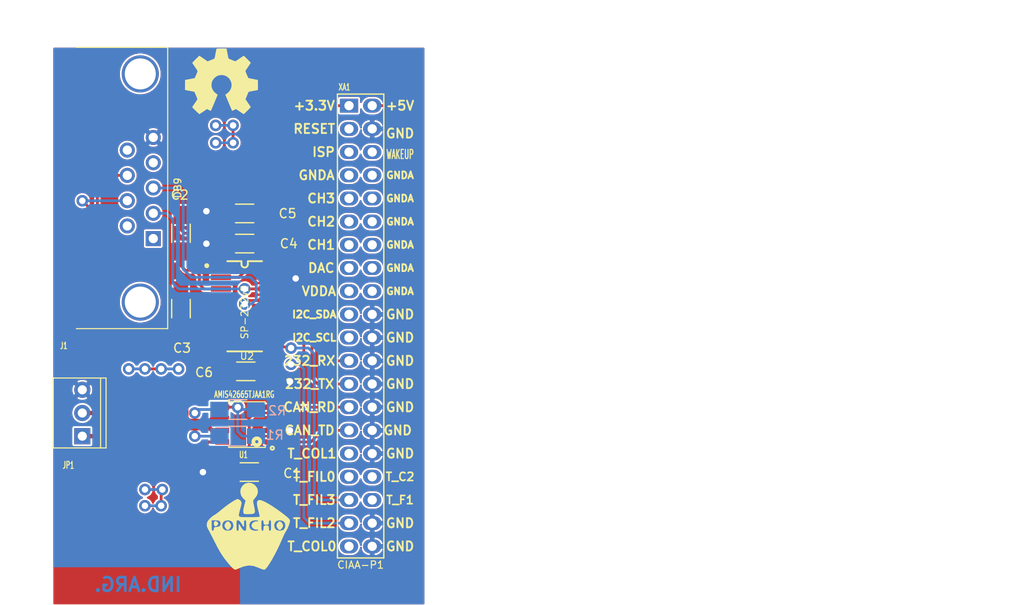
<source format=kicad_pcb>
(kicad_pcb (version 4) (host pcbnew 4.0.0-rc1-stable)
  (layers (0 F.Cu mixed) (31 B.Cu mixed) (34 B.Paste user) (35 F.Paste user) (36 B.SilkS user) (37 F.SilkS user) (38 B.Mask user) (39 F.Mask user) (44 Edge.Cuts user))
  (net 0 "")
  (net 1 GND)
  (net 2 "Net-(C2-Pad1)")
  (net 3 "Net-(C2-Pad2)")
  (net 4 "Net-(C3-Pad1)")
  (net 5 "Net-(C3-Pad2)")
  (net 6 +3.3V)
  (net 7 "Net-(C5-Pad2)")
  (net 8 "Net-(C6-Pad2)")
  (net 9 "Net-(J1-Pad2)")
  (net 10 "Net-(J1-Pad3)")
  (net 11 "Net-(J1-Pad7)")
  (net 12 "Net-(J1-Pad8)")
  (net 13 "Net-(R1-Pad2)")
  (net 14 "/Conector y Can/CAN_TX")
  (net 15 "/Conector y Can/CAN_RX")
  (net 16 "/Conector y Can/CTS")
  (net 17 "/Conector y Can/RTS")
  (net 18 "/Conector y Can/TXD")
  (net 19 "/Conector y Can/RXD")
  (net 20 +5V)
  (net 21 "/Conector y Can/CAN_P")
  (net 22 "/Conector y Can/CAN_N")
  (module ej2:DB9_F_TH (layer F.Cu) (at 116.84 79.502 90)
    (fp_text reference J1 (at -17.272 -8.382 180) (layer F.SilkS) (effects (font (size 0.7112 0.4572) (thickness 0.1143))))
    (fp_text value DB9 (at 0 4.1 90) (layer F.SilkS) (effects (font (size 0.762 0.762) (thickness 0.127))))
    (pad 1 thru_hole rect (at -5.5372 1.4224 90) (size 1.651 1.651) (drill 1.016) (layers *.Cu *.Mask))
    (pad 2 thru_hole circle (at -2.7686 1.4224 90) (size 1.651 1.651) (drill 1.016) (layers *.Cu *.Mask) (net 9 "Net-(J1-Pad2)"))
    (pad 3 thru_hole circle (at 0 1.4224 90) (size 1.651 1.651) (drill 1.016) (layers *.Cu *.Mask) (net 10 "Net-(J1-Pad3)"))
    (pad 4 thru_hole circle (at 2.7686 1.4224 90) (size 1.651 1.651) (drill 1.016) (layers *.Cu *.Mask))
    (pad 5 thru_hole circle (at 5.5372 1.4224 90) (size 1.651 1.651) (drill 1.016) (layers *.Cu *.Mask) (net 1 GND))
    (pad 6 thru_hole circle (at -4.1529 -1.4224 90) (size 1.651 1.651) (drill 1.016) (layers *.Cu *.Mask))
    (pad 7 thru_hole circle (at -1.3843 -1.4224 90) (size 1.651 1.651) (drill 1.016) (layers *.Cu *.Mask) (net 11 "Net-(J1-Pad7)"))
    (pad 8 thru_hole circle (at 1.3843 -1.4224 90) (size 1.651 1.651) (drill 1.016) (layers *.Cu *.Mask) (net 12 "Net-(J1-Pad8)"))
    (pad 9 thru_hole circle (at 4.1529 -1.4224 90) (size 1.651 1.651) (drill 1.016) (layers *.Cu *.Mask))
    (pad 10 thru_hole circle (at -12.4968 0 90) (size 4.064 4.064) (drill 3.4) (layers *.Cu *.Mask))
    (pad 11 thru_hole circle (at 12.4968 0 90) (size 4.064 4.064) (drill 3.4) (layers *.Cu *.Mask))
  )
  (module ej2:CON_PALETA_3 (layer F.Cu) (at 110.49 104.14 90)
    (fp_text reference JP1 (at -5.715 -1.524 180) (layer F.SilkS) (effects (font (size 0.762 0.4572) (thickness 0.127))))
    (fp_text value CONN_3)
    (pad 1 thru_hole rect (at -2.54 0 90) (size 1.778 1.778) (drill 1) (layers *.Cu *.Mask) (net 21 "/Conector y Can/CAN_P"))
    (pad 2 thru_hole circle (at 0 0 90) (size 1.778 1.778) (drill 1) (layers *.Cu *.Mask) (net 22 "/Conector y Can/CAN_N"))
    (pad 3 thru_hole circle (at 2.54 0 90) (size 1.778 1.778) (drill 1) (layers *.Cu *.Mask) (net 1 GND))
  )
  (module ej2:SOIC-8 (layer F.Cu) (at 128.524 105.41 180)
    (fp_text reference U1 (at 0.381 -3.302 180) (layer F.SilkS) (effects (font (size 0.7112 0.4572) (thickness 0.1143))))
    (fp_text value AMIS42665TJAA1RG (at 0.3 3.3 180) (layer F.SilkS) (effects (font (size 0.7112 0.4572) (thickness 0.1143))))
    (pad 1 smd rect (at -2.7 -1.905 90) (size 0.6 1.52) (layers F.Cu F.Paste F.Mask) (net 14 "/Conector y Can/CAN_TX"))
    (pad 2 smd rect (at -2.7 -0.635 90) (size 0.6 1.52) (layers F.Cu F.Paste F.Mask) (net 1 GND))
    (pad 3 smd rect (at -2.7 0.635 90) (size 0.6 1.52) (layers F.Cu F.Paste F.Mask) (net 20 +5V))
    (pad 4 smd rect (at -2.7 1.905 90) (size 0.6 1.52) (layers F.Cu F.Paste F.Mask) (net 15 "/Conector y Can/CAN_RX"))
    (pad 5 smd rect (at 2.7 1.905 90) (size 0.6 1.52) (layers F.Cu F.Paste F.Mask) (net 13 "Net-(R1-Pad2)"))
    (pad 6 smd rect (at 2.7 0.635 90) (size 0.6 1.52) (layers F.Cu F.Paste F.Mask) (net 22 "/Conector y Can/CAN_N"))
    (pad 7 smd rect (at 2.7 -0.635 90) (size 0.6 1.52) (layers F.Cu F.Paste F.Mask) (net 21 "/Conector y Can/CAN_P"))
    (pad 8 smd rect (at 2.7 -1.905 90) (size 0.6 1.52) (layers F.Cu F.Paste F.Mask) (net 1 GND))
  )
  (module ej2:SP3232ECN-SOIC16N (layer F.Cu) (at 128.27 92.456 270)
    (fp_text reference U2 (at 5.461 -0.254 360) (layer F.SilkS) (effects (font (size 0.762 0.762) (thickness 0.1143))))
    (fp_text value SP-232v2 (at 0.635 0 270) (layer F.SilkS) (effects (font (size 0.762 0.762) (thickness 0.1143))))
    (pad 1 smd rect (at -4.445 2.59842 270) (size 0.59944 2.19964) (layers F.Cu F.Paste F.Mask) (net 2 "Net-(C2-Pad1)"))
    (pad 2 smd rect (at -3.175 2.59842 270) (size 0.59944 2.19964) (layers F.Cu F.Paste F.Mask) (net 7 "Net-(C5-Pad2)"))
    (pad 3 smd rect (at -1.905 2.59842 270) (size 0.59944 2.19964) (layers F.Cu F.Paste F.Mask) (net 3 "Net-(C2-Pad2)"))
    (pad 4 smd rect (at -0.635 2.59842 270) (size 0.59944 2.19964) (layers F.Cu F.Paste F.Mask) (net 4 "Net-(C3-Pad1)"))
    (pad 5 smd rect (at 0.635 2.59842 270) (size 0.59944 2.19964) (layers F.Cu F.Paste F.Mask) (net 5 "Net-(C3-Pad2)"))
    (pad 6 smd rect (at 1.905 2.59842 270) (size 0.59944 2.19964) (layers F.Cu F.Paste F.Mask) (net 8 "Net-(C6-Pad2)"))
    (pad 7 smd rect (at 3.175 2.59842 270) (size 0.59944 2.19964) (layers F.Cu F.Paste F.Mask) (net 12 "Net-(J1-Pad8)"))
    (pad 8 smd rect (at 4.445 2.59842 270) (size 0.59944 2.19964) (layers F.Cu F.Paste F.Mask) (net 11 "Net-(J1-Pad7)"))
    (pad 9 smd rect (at 4.445 -2.59842 270) (size 0.59944 2.19964) (layers F.Cu F.Paste F.Mask) (net 17 "/Conector y Can/RTS"))
    (pad 10 smd rect (at 3.175 -2.59842 270) (size 0.59944 2.19964) (layers F.Cu F.Paste F.Mask) (net 16 "/Conector y Can/CTS"))
    (pad 11 smd rect (at 1.905 -2.59842 270) (size 0.59944 2.19964) (layers F.Cu F.Paste F.Mask) (net 19 "/Conector y Can/RXD"))
    (pad 12 smd rect (at 0.635 -2.59842 270) (size 0.59944 2.19964) (layers F.Cu F.Paste F.Mask) (net 18 "/Conector y Can/TXD"))
    (pad 13 smd rect (at -0.635 -2.59842 270) (size 0.59944 2.19964) (layers F.Cu F.Paste F.Mask) (net 10 "Net-(J1-Pad3)"))
    (pad 14 smd rect (at -1.905 -2.59842 270) (size 0.59944 2.19964) (layers F.Cu F.Paste F.Mask) (net 9 "Net-(J1-Pad2)"))
    (pad 15 smd rect (at -3.175 -2.59842 270) (size 0.59944 2.19964) (layers F.Cu F.Paste F.Mask) (net 1 GND))
    (pad 16 smd rect (at -4.445 -2.59842 270) (size 0.59944 2.19964) (layers F.Cu F.Paste F.Mask) (net 6 +3.3V))
  )
  (module ej2:Conn_Poncho_Derecha (layer F.Cu) (at 139.7 70.485)
    (fp_text reference XA1 (at -0.508 -2.032) (layer F.SilkS) (effects (font (size 0.7112 0.4572) (thickness 0.1143))))
    (fp_text value Conn_Poncho2P_2x_20x2 hide)
    (fp_text user GND (at 5.588 48.26) (layer F.SilkS) (effects (font (thickness 0.2))))
    (fp_text user GND (at 5.588 45.72) (layer F.SilkS) (effects (font (thickness 0.2))))
    (fp_text user T_F1 (at 5.588 43.18) (layer F.SilkS) (effects (font (size 0.9 0.9) (thickness 0.18))))
    (fp_text user T_C2 (at 5.588 40.64) (layer F.SilkS) (effects (font (size 0.9 0.9) (thickness 0.18))))
    (fp_text user GND (at 5.588 38.1) (layer F.SilkS) (effects (font (thickness 0.2))))
    (fp_text user GND (at 5.334 35.56) (layer F.SilkS) (effects (font (thickness 0.2))))
    (fp_text user GND (at 5.588 33.02) (layer F.SilkS) (effects (font (thickness 0.2))))
    (fp_text user GND (at 5.588 30.48) (layer F.SilkS) (effects (font (thickness 0.2))))
    (fp_text user GND (at 5.588 27.94) (layer F.SilkS) (effects (font (thickness 0.2))))
    (fp_text user GND (at 5.588 25.4) (layer F.SilkS) (effects (font (thickness 0.2))))
    (fp_text user GND (at 5.588 22.86) (layer F.SilkS) (effects (font (thickness 0.2))))
    (fp_text user GNDA (at 5.588 20.32) (layer F.SilkS) (effects (font (size 0.76 0.76) (thickness 0.19))))
    (fp_text user GNDA (at 5.588 17.78) (layer F.SilkS) (effects (font (size 0.76 0.76) (thickness 0.19))))
    (fp_text user GNDA (at 5.588 15.24) (layer F.SilkS) (effects (font (size 0.76 0.76) (thickness 0.19))))
    (fp_text user GNDA (at 5.588 12.7) (layer F.SilkS) (effects (font (size 0.76 0.76) (thickness 0.19))))
    (fp_text user GNDA (at 5.588 10.16) (layer F.SilkS) (effects (font (size 0.76 0.76) (thickness 0.19))))
    (fp_text user GNDA (at 5.588 7.62) (layer F.SilkS) (effects (font (size 0.76 0.76) (thickness 0.19))))
    (fp_text user WAKEUP (at 5.588 5.334) (layer F.SilkS) (effects (font (size 1 0.5) (thickness 0.125))))
    (fp_text user GND (at 5.588 3.048) (layer F.SilkS) (effects (font (thickness 0.2))))
    (fp_text user +5V (at 5.588 0) (layer F.SilkS) (effects (font (thickness 0.2))))
    (fp_text user T_COL0 (at -4.064 48.26) (layer F.SilkS) (effects (font (thickness 0.2))))
    (fp_text user T_FIL2 (at -3.81 45.72) (layer F.SilkS) (effects (font (thickness 0.2))))
    (fp_text user T_FIL3 (at -3.81 43.18) (layer F.SilkS) (effects (font (thickness 0.2))))
    (fp_text user T_FIL0 (at -3.81 40.64) (layer F.SilkS) (effects (font (thickness 0.2))))
    (fp_text user T_COL1 (at -4.064 38.1) (layer F.SilkS) (effects (font (thickness 0.2))))
    (fp_text user CAN_TD (at -4.318 35.56) (layer F.SilkS) (effects (font (thickness 0.2))))
    (fp_text user CAN_RD (at -4.318 33.02) (layer F.SilkS) (effects (font (thickness 0.2))))
    (fp_text user 232_TX (at -4.318 30.48) (layer F.SilkS) (effects (font (thickness 0.2))))
    (fp_text user 232_RX (at -4.318 27.94) (layer F.SilkS) (effects (font (thickness 0.2))))
    (fp_text user I2C_SCL (at -3.81 25.4) (layer F.SilkS) (effects (font (size 0.8 0.8) (thickness 0.2))))
    (fp_text user I2C_SDA (at -3.81 22.86) (layer F.SilkS) (effects (font (size 0.8 0.8) (thickness 0.2))))
    (fp_text user VDDA (at -3.302 20.32) (layer F.SilkS) (effects (font (thickness 0.2))))
    (fp_text user DAC (at -3.048 17.78) (layer F.SilkS) (effects (font (thickness 0.2))))
    (fp_text user CH1 (at -3.048 15.24) (layer F.SilkS) (effects (font (thickness 0.2))))
    (fp_text user CH2 (at -3.048 12.7) (layer F.SilkS) (effects (font (thickness 0.2))))
    (fp_text user CH3 (at -3.048 10.16) (layer F.SilkS) (effects (font (thickness 0.2))))
    (fp_text user GNDA (at -3.556 7.62) (layer F.SilkS) (effects (font (thickness 0.2))))
    (fp_text user ISP (at -2.794 5.08) (layer F.SilkS) (effects (font (thickness 0.2))))
    (fp_text user RESET (at -3.81 2.54) (layer F.SilkS) (effects (font (thickness 0.2))))
    (fp_text user CIAA-P1 (at 1.27 50.292) (layer F.SilkS) (effects (font (size 0.8 0.8) (thickness 0.12))))
    (fp_text user +3.3V (at -3.81 0) (layer F.SilkS) (effects (font (thickness 0.2))))
    (pad 1 thru_hole rect (at 0 0 270) (size 1.524 2) (drill 1.016) (layers *.Cu *.Mask) (net 6 +3.3V))
    (pad 2 thru_hole oval (at 2.54 0 270) (size 1.524 2) (drill 1.016) (layers *.Cu *.Mask) (net 20 +5V))
    (pad 11 thru_hole oval (at 0 12.7 270) (size 1.524 2) (drill 1.016) (layers *.Cu *.Mask))
    (pad 4 thru_hole oval (at 2.54 2.54 270) (size 1.524 2) (drill 1.016) (layers *.Cu *.Mask) (net 1 GND))
    (pad 13 thru_hole oval (at 0 15.24 270) (size 1.524 2) (drill 1.016) (layers *.Cu *.Mask))
    (pad 6 thru_hole oval (at 2.54 5.08 270) (size 1.524 2) (drill 1.016) (layers *.Cu *.Mask))
    (pad 15 thru_hole oval (at 0 17.78 270) (size 1.524 2) (drill 1.016) (layers *.Cu *.Mask))
    (pad 8 thru_hole oval (at 2.54 7.62 270) (size 1.524 2) (drill 1.016) (layers *.Cu *.Mask))
    (pad 17 thru_hole oval (at 0 20.32 270) (size 1.524 2) (drill 1.016) (layers *.Cu *.Mask))
    (pad 10 thru_hole oval (at 2.54 10.16 270) (size 1.524 2) (drill 1.016) (layers *.Cu *.Mask))
    (pad 19 thru_hole oval (at 0 22.86 270) (size 1.524 2) (drill 1.016) (layers *.Cu *.Mask))
    (pad 12 thru_hole oval (at 2.54 12.7 270) (size 1.524 2) (drill 1.016) (layers *.Cu *.Mask))
    (pad 21 thru_hole oval (at 0 25.4 270) (size 1.524 2) (drill 1.016) (layers *.Cu *.Mask))
    (pad 14 thru_hole oval (at 2.54 15.24 270) (size 1.524 2) (drill 1.016) (layers *.Cu *.Mask))
    (pad 23 thru_hole oval (at 0 27.94 270) (size 1.524 2) (drill 1.016) (layers *.Cu *.Mask) (net 18 "/Conector y Can/TXD"))
    (pad 16 thru_hole oval (at 2.54 17.78 270) (size 1.524 2) (drill 1.016) (layers *.Cu *.Mask))
    (pad 25 thru_hole oval (at 0 30.48 270) (size 1.524 2) (drill 1.016) (layers *.Cu *.Mask) (net 19 "/Conector y Can/RXD"))
    (pad 18 thru_hole oval (at 2.54 20.32 270) (size 1.524 2) (drill 1.016) (layers *.Cu *.Mask))
    (pad 27 thru_hole oval (at 0 33.02 270) (size 1.524 2) (drill 1.016) (layers *.Cu *.Mask) (net 15 "/Conector y Can/CAN_RX"))
    (pad 20 thru_hole oval (at 2.54 22.86 270) (size 1.524 2) (drill 1.016) (layers *.Cu *.Mask) (net 1 GND))
    (pad 29 thru_hole oval (at 0 35.56 270) (size 1.524 2) (drill 1.016) (layers *.Cu *.Mask) (net 14 "/Conector y Can/CAN_TX"))
    (pad 22 thru_hole oval (at 2.54 25.4 270) (size 1.524 2) (drill 1.016) (layers *.Cu *.Mask) (net 1 GND))
    (pad 31 thru_hole oval (at 0 38.1 270) (size 1.524 2) (drill 1.016) (layers *.Cu *.Mask))
    (pad 24 thru_hole oval (at 2.54 27.94 270) (size 1.524 2) (drill 1.016) (layers *.Cu *.Mask) (net 1 GND))
    (pad 26 thru_hole oval (at 2.54 30.48 270) (size 1.524 2) (drill 1.016) (layers *.Cu *.Mask) (net 1 GND))
    (pad 33 thru_hole oval (at 0 40.64 270) (size 1.524 2) (drill 1.016) (layers *.Cu *.Mask))
    (pad 28 thru_hole oval (at 2.54 33.02 270) (size 1.524 2) (drill 1.016) (layers *.Cu *.Mask) (net 1 GND))
    (pad 32 thru_hole oval (at 2.54 38.1 270) (size 1.524 2) (drill 1.016) (layers *.Cu *.Mask) (net 1 GND))
    (pad 34 thru_hole oval (at 2.54 40.64 270) (size 1.524 2) (drill 1.016) (layers *.Cu *.Mask))
    (pad 36 thru_hole oval (at 2.54 43.18 270) (size 1.524 2) (drill 1.016) (layers *.Cu *.Mask))
    (pad 38 thru_hole oval (at 2.54 45.72 270) (size 1.524 2) (drill 1.016) (layers *.Cu *.Mask) (net 1 GND))
    (pad 35 thru_hole oval (at 0 43.18 270) (size 1.524 2) (drill 1.016) (layers *.Cu *.Mask) (net 17 "/Conector y Can/RTS"))
    (pad 37 thru_hole oval (at 0 45.72 270) (size 1.524 2) (drill 1.016) (layers *.Cu *.Mask) (net 16 "/Conector y Can/CTS"))
    (pad 3 thru_hole oval (at 0 2.54 270) (size 1.524 2) (drill 1.016) (layers *.Cu *.Mask))
    (pad 5 thru_hole oval (at 0 5.08 270) (size 1.524 2) (drill 1.016) (layers *.Cu *.Mask))
    (pad 7 thru_hole oval (at 0 7.62 270) (size 1.524 2) (drill 1.016) (layers *.Cu *.Mask))
    (pad 9 thru_hole oval (at 0 10.16 270) (size 1.524 2) (drill 1.016) (layers *.Cu *.Mask))
    (pad 39 thru_hole oval (at 0 48.26 270) (size 1.524 2) (drill 1.016) (layers *.Cu *.Mask))
    (pad 40 thru_hole oval (at 2.54 48.26 270) (size 1.524 2) (drill 1.016) (layers *.Cu *.Mask) (net 1 GND))
    (pad 30 thru_hole oval (at 2.54 35.56 270) (size 1.524 2) (drill 1.016) (layers *.Cu *.Mask) (net 1 GND))
  )
  (module ej2:C_1206_HandSoldering (layer F.Cu) (at 128.778 110.617)
    (fp_text reference C1 (at 4.699 0.127 180) (layer F.SilkS))
    (fp_text value 100nf)
    (pad 1 smd rect (at -2 0) (size 2 1.6) (layers F.Cu F.Paste F.Mask) (net 1 GND))
    (pad 2 smd rect (at 2 0) (size 2 1.6) (layers F.Cu F.Paste F.Mask) (net 20 +5V))
  )
  (module ej2:C_1206_HandSoldering (layer F.Cu) (at 121.285 84.455 270)
    (fp_text reference C2 (at -4.191 0.127 360) (layer F.SilkS))
    (fp_text value 100nf)
    (pad 1 smd rect (at -2 0 270) (size 2 1.6) (layers F.Cu F.Paste F.Mask) (net 2 "Net-(C2-Pad1)"))
    (pad 2 smd rect (at 2 0 270) (size 2 1.6) (layers F.Cu F.Paste F.Mask) (net 3 "Net-(C2-Pad2)"))
  )
  (module ej2:C_1206_HandSoldering (layer F.Cu) (at 121.285 92.71 270)
    (fp_text reference C3 (at 4.318 -0.127 360) (layer F.SilkS))
    (fp_text value 100nf)
    (pad 1 smd rect (at -2 0 270) (size 2 1.6) (layers F.Cu F.Paste F.Mask) (net 4 "Net-(C3-Pad1)"))
    (pad 2 smd rect (at 2 0 270) (size 2 1.6) (layers F.Cu F.Paste F.Mask) (net 5 "Net-(C3-Pad2)"))
  )
  (module ej2:C_1206_HandSoldering (layer F.Cu) (at 128.27 85.598)
    (fp_text reference C4 (at 4.826 0) (layer F.SilkS))
    (fp_text value 100nf)
    (pad 1 smd rect (at -2 0) (size 2 1.6) (layers F.Cu F.Paste F.Mask) (net 1 GND))
    (pad 2 smd rect (at 2 0) (size 2 1.6) (layers F.Cu F.Paste F.Mask) (net 6 +3.3V))
  )
  (module ej2:C_1206_HandSoldering (layer F.Cu) (at 128.27 82.296)
    (fp_text reference C5 (at 4.699 0 180) (layer F.SilkS))
    (fp_text value 100nf)
    (pad 1 smd rect (at -2 0) (size 2 1.6) (layers F.Cu F.Paste F.Mask) (net 1 GND))
    (pad 2 smd rect (at 2 0) (size 2 1.6) (layers F.Cu F.Paste F.Mask) (net 7 "Net-(C5-Pad2)"))
  )
  (module ej2:C_1206_HandSoldering (layer F.Cu) (at 128.397 99.568 180)
    (fp_text reference C6 (at 4.572 -0.127 180) (layer F.SilkS))
    (fp_text value 100nf)
    (pad 1 smd rect (at -2 0 180) (size 2 1.6) (layers F.Cu F.Paste F.Mask) (net 1 GND))
    (pad 2 smd rect (at 2 0 180) (size 2 1.6) (layers F.Cu F.Paste F.Mask) (net 8 "Net-(C6-Pad2)"))
  )
  (module ej2:R_1206_HandSoldering (layer B.Cu) (at 127.508 106.68)
    (fp_text reference R1 (at 4.064 -0.127 180) (layer B.SilkS) (effects (justify mirror)))
    (fp_text value 60)
    (pad 1 smd rect (at -2 0) (size 2 1.7) (layers B.Cu B.Paste B.Mask) (net 21 "/Conector y Can/CAN_P"))
    (pad 2 smd rect (at 2 0) (size 2 1.7) (layers B.Cu B.Paste B.Mask) (net 13 "Net-(R1-Pad2)"))
  )
  (module ej2:R_1206_HandSoldering (layer B.Cu) (at 127.508 103.759 180)
    (fp_text reference R2 (at -4.318 -0.127 180) (layer B.SilkS) (effects (justify mirror)))
    (fp_text value 60)
    (pad 1 smd rect (at -2 0 180) (size 2 1.7) (layers B.Cu B.Paste B.Mask) (net 13 "Net-(R1-Pad2)"))
    (pad 2 smd rect (at 2 0 180) (size 2 1.7) (layers B.Cu B.Paste B.Mask) (net 22 "/Conector y Can/CAN_N"))
  )
  (module ej2:Logo_Poncho (layer F.Cu) (at 128.651 116.586)
    (fp_text reference G*** hide)
    (fp_text value LOGO hide)
  )
  (module ej2:Logo_OSHWA (layer F.Cu) (at 125.73 67.818)
    (fp_text reference G101 hide)
    (fp_text value Logo_OSHWA hide)
  )
  (gr_text "IND.ARG.\n" (at 116.586 122.936) (layer B.Cu) (effects (font (size 1.5 1.5) (thickness 0.3)) (justify mirror)))
  (via (at 125.095 74.549) (size 1.27) (drill 0.7112) (layers F.Cu B.Cu) (net 0))
  (segment (start 127 74.549) (end 125.095 74.549) (width 0.3048) (layer B.Cu) (net 0))
  (via (at 127 74.549) (size 1.27) (drill 0.7112) (layers F.Cu B.Cu) (net 0))
  (segment (start 127 72.644) (end 127 74.549) (width 0.3048) (layer F.Cu) (net 0))
  (via (at 127 72.644) (size 1.27) (drill 0.7112) (layers F.Cu B.Cu) (net 0))
  (segment (start 125.095 72.644) (end 127 72.644) (width 0.3048) (layer B.Cu) (net 0))
  (via (at 125.095 72.644) (size 1.27) (drill 0.7112) (layers F.Cu B.Cu) (net 0))
  (via (at 117.348 114.3) (size 1.27) (drill 0.7112) (layers F.Cu B.Cu) (net 0))
  (segment (start 119.126 114.3) (end 117.348 114.3) (width 0.3048) (layer B.Cu) (net 0))
  (via (at 119.126 114.3) (size 1.27) (drill 0.7112) (layers F.Cu B.Cu) (net 0))
  (segment (start 119.126 112.649) (end 119.126 114.3) (width 0.3048) (layer F.Cu) (net 0))
  (segment (start 119.253 112.522) (end 119.126 112.649) (width 0.3048) (layer F.Cu) (net 0))
  (via (at 119.253 112.522) (size 1.27) (drill 0.7112) (layers F.Cu B.Cu) (net 0))
  (segment (start 117.348 112.522) (end 119.253 112.522) (width 0.3048) (layer B.Cu) (net 0))
  (via (at 117.348 112.522) (size 1.27) (drill 0.7112) (layers F.Cu B.Cu) (net 0))
  (via (at 121.031 99.314) (size 1.27) (drill 0.7112) (layers F.Cu B.Cu) (net 0))
  (segment (start 119.126 99.314) (end 121.031 99.314) (width 0.3048) (layer B.Cu) (net 0))
  (via (at 119.126 99.314) (size 1.27) (drill 0.7112) (layers F.Cu B.Cu) (net 0))
  (segment (start 117.348 99.314) (end 119.126 99.314) (width 0.3048) (layer F.Cu) (net 0))
  (via (at 117.348 99.314) (size 1.27) (drill 0.7112) (layers F.Cu B.Cu) (net 0))
  (segment (start 117.221 99.314) (end 117.348 99.314) (width 0.3048) (layer B.Cu) (net 0))
  (segment (start 117.856 99.314) (end 117.221 99.314) (width 0.3048) (layer B.Cu) (net 0))
  (segment (start 115.57 99.314) (end 117.856 99.314) (width 0.3048) (layer B.Cu) (net 0))
  (via (at 115.57 99.314) (size 1.27) (drill 0.7112) (layers F.Cu B.Cu) (net 0))
  (segment (start 132.969 89.281) (end 133.731 89.281) (width 0.3048) (layer F.Cu) (net 1))
  (via (at 133.858 89.408) (size 1.27) (drill 0.7112) (layers F.Cu B.Cu) (net 1))
  (segment (start 133.731 89.281) (end 133.858 89.408) (width 0.3048) (layer F.Cu) (net 1))
  (segment (start 133.731 89.281) (end 133.858 89.408) (width 0.3048) (layer F.Cu) (net 1))
  (segment (start 125.824 107.315) (end 124.333 107.315) (width 0.3048) (layer F.Cu) (net 1))
  (via (at 123.698 110.617) (size 1.27) (drill 0.7112) (layers F.Cu B.Cu) (net 1))
  (segment (start 123.698 110.617) (end 126.778 110.617) (width 0.3048) (layer F.Cu) (net 1))
  (segment (start 123.698 107.95) (end 123.698 110.617) (width 0.3048) (layer F.Cu) (net 1))
  (segment (start 124.333 107.315) (end 123.698 107.95) (width 0.3048) (layer F.Cu) (net 1))
  (segment (start 131.224 106.045) (end 133.223 106.045) (width 0.3048) (layer F.Cu) (net 1))
  (via (at 133.223 106.045) (size 1.27) (drill 0.7112) (layers F.Cu B.Cu) (net 1))
  (segment (start 130.397 99.568) (end 132.08 99.568) (width 0.3048) (layer F.Cu) (net 1))
  (via (at 133.223 100.711) (size 1.27) (drill 0.7112) (layers F.Cu B.Cu) (net 1))
  (segment (start 132.08 99.568) (end 133.223 100.711) (width 0.3048) (layer F.Cu) (net 1))
  (segment (start 126.27 85.598) (end 124.079 85.598) (width 0.3048) (layer F.Cu) (net 1))
  (via (at 124.079 85.598) (size 1.27) (drill 0.7112) (layers F.Cu B.Cu) (net 1))
  (segment (start 126.27 82.296) (end 124.333 82.296) (width 0.3048) (layer F.Cu) (net 1))
  (via (at 124.079 82.042) (size 1.27) (drill 0.7112) (layers F.Cu B.Cu) (net 1))
  (segment (start 124.333 82.296) (end 124.079 82.042) (width 0.3048) (layer F.Cu) (net 1))
  (segment (start 130.86842 89.281) (end 132.969 89.281) (width 0.3048) (layer F.Cu) (net 1))
  (segment (start 132.969 89.281) (end 133.731 89.281) (width 0.3048) (layer F.Cu) (net 1))
  (segment (start 121.285 82.455) (end 121.285 84.074) (width 0.3048) (layer F.Cu) (net 2))
  (segment (start 122.301 84.455) (end 122.809 84.963) (width 0.3048) (layer F.Cu) (net 2))
  (segment (start 121.666 84.455) (end 122.301 84.455) (width 0.3048) (layer F.Cu) (net 2))
  (segment (start 121.285 84.074) (end 121.666 84.455) (width 0.3048) (layer F.Cu) (net 2))
  (segment (start 121.285 82.455) (end 121.285 83.439) (width 0.3048) (layer F.Cu) (net 2))
  (segment (start 122.809 84.963) (end 122.809 87.376) (width 0.3048) (layer F.Cu) (net 2))
  (segment (start 123.444 88.011) (end 125.67158 88.011) (width 0.3048) (layer F.Cu) (net 2))
  (segment (start 122.809 87.376) (end 123.444 88.011) (width 0.3048) (layer F.Cu) (net 2))
  (segment (start 121.285 86.455) (end 121.285 88.011) (width 0.3048) (layer F.Cu) (net 3))
  (segment (start 123.825 90.551) (end 125.67158 90.551) (width 0.3048) (layer F.Cu) (net 3))
  (segment (start 123.317 90.043) (end 123.825 90.551) (width 0.3048) (layer F.Cu) (net 3))
  (segment (start 123.317 89.027) (end 123.317 90.043) (width 0.3048) (layer F.Cu) (net 3))
  (segment (start 122.809 88.519) (end 123.317 89.027) (width 0.3048) (layer F.Cu) (net 3))
  (segment (start 121.793 88.519) (end 122.809 88.519) (width 0.3048) (layer F.Cu) (net 3))
  (segment (start 121.285 88.011) (end 121.793 88.519) (width 0.3048) (layer F.Cu) (net 3))
  (segment (start 125.67158 91.821) (end 123.444 91.821) (width 0.3048) (layer F.Cu) (net 4))
  (segment (start 121.285 91.948) (end 121.285 90.71) (width 0.3048) (layer F.Cu) (net 4))
  (segment (start 121.793 92.456) (end 121.285 91.948) (width 0.3048) (layer F.Cu) (net 4))
  (segment (start 122.809 92.456) (end 121.793 92.456) (width 0.3048) (layer F.Cu) (net 4))
  (segment (start 123.444 91.821) (end 122.809 92.456) (width 0.3048) (layer F.Cu) (net 4))
  (segment (start 125.67158 93.091) (end 121.793 93.091) (width 0.3048) (layer F.Cu) (net 5))
  (segment (start 121.285 93.599) (end 121.285 94.71) (width 0.3048) (layer F.Cu) (net 5))
  (segment (start 121.793 93.091) (end 121.285 93.599) (width 0.3048) (layer F.Cu) (net 5))
  (segment (start 135.89 70.485) (end 134.493 70.485) (width 0.3048) (layer F.Cu) (net 6))
  (segment (start 133.858 71.12) (end 133.858 72.136) (width 0.3048) (layer F.Cu) (net 6))
  (segment (start 134.493 70.485) (end 133.858 71.12) (width 0.3048) (layer F.Cu) (net 6))
  (segment (start 130.27 85.598) (end 133.858 85.598) (width 0.3048) (layer F.Cu) (net 6))
  (segment (start 130.86842 88.011) (end 133.223 88.011) (width 0.3048) (layer F.Cu) (net 6))
  (segment (start 135.89 70.485) (end 139.7 70.485) (width 0.3048) (layer F.Cu) (net 6))
  (segment (start 133.858 87.376) (end 133.858 85.598) (width 0.3048) (layer F.Cu) (net 6))
  (segment (start 133.858 85.598) (end 133.858 72.136) (width 0.3048) (layer F.Cu) (net 6))
  (segment (start 133.223 88.011) (end 133.858 87.376) (width 0.3048) (layer F.Cu) (net 6))
  (segment (start 128.27 87.503) (end 128.27 88.646) (width 0.3048) (layer F.Cu) (net 7))
  (segment (start 128.27 88.646) (end 127.635 89.281) (width 0.3048) (layer F.Cu) (net 7))
  (segment (start 127.635 89.281) (end 125.67158 89.281) (width 0.3048) (layer F.Cu) (net 7))
  (segment (start 130.27 82.296) (end 128.778 82.296) (width 0.3048) (layer F.Cu) (net 7))
  (segment (start 128.27 82.804) (end 128.27 83.947) (width 0.3048) (layer F.Cu) (net 7))
  (segment (start 128.778 82.296) (end 128.27 82.804) (width 0.3048) (layer F.Cu) (net 7))
  (segment (start 127.635 89.281) (end 125.67158 89.281) (width 0.3048) (layer F.Cu) (net 7))
  (segment (start 128.27 88.646) (end 127.635 89.281) (width 0.3048) (layer F.Cu) (net 7))
  (segment (start 128.27 83.947) (end 128.27 87.503) (width 0.3048) (layer F.Cu) (net 7))
  (segment (start 126.397 99.568) (end 128.016 99.568) (width 0.3048) (layer F.Cu) (net 8))
  (segment (start 128.016 99.568) (end 128.524 99.06) (width 0.3048) (layer F.Cu) (net 8))
  (segment (start 128.524 99.06) (end 128.524 94.996) (width 0.3048) (layer F.Cu) (net 8))
  (segment (start 128.524 94.996) (end 127.889 94.361) (width 0.3048) (layer F.Cu) (net 8))
  (segment (start 127.889 94.361) (end 125.67158 94.361) (width 0.3048) (layer F.Cu) (net 8))
  (segment (start 128.524 99.06) (end 128.016 99.568) (width 0.3048) (layer F.Cu) (net 8))
  (segment (start 118.2624 82.2706) (end 119.7356 82.2706) (width 0.3048) (layer B.Cu) (net 9))
  (via (at 128.27 90.551) (size 1.27) (drill 0.7112) (layers F.Cu B.Cu) (net 9))
  (segment (start 128.27 90.551) (end 130.86842 90.551) (width 0.3048) (layer F.Cu) (net 9))
  (segment (start 121.031 90.551) (end 128.27 90.551) (width 0.3048) (layer B.Cu) (net 9))
  (segment (start 120.396 89.916) (end 121.031 90.551) (width 0.3048) (layer B.Cu) (net 9))
  (segment (start 120.396 82.931) (end 120.396 89.916) (width 0.3048) (layer B.Cu) (net 9))
  (segment (start 119.7356 82.2706) (end 120.396 82.931) (width 0.3048) (layer B.Cu) (net 9))
  (segment (start 129.54 90.424) (end 129.54 91.694) (width 0.3048) (layer B.Cu) (net 10))
  (segment (start 129.032 92.202) (end 128.27 92.202) (width 0.3048) (layer B.Cu) (net 10))
  (segment (start 129.54 91.694) (end 129.032 92.202) (width 0.3048) (layer B.Cu) (net 10))
  (segment (start 118.2624 79.502) (end 121.031 79.502) (width 0.3048) (layer B.Cu) (net 10))
  (segment (start 128.524 91.821) (end 128.27 92.202) (width 0.3048) (layer F.Cu) (net 10))
  (segment (start 128.524 91.821) (end 130.86842 91.821) (width 0.3048) (layer F.Cu) (net 10))
  (via (at 128.27 92.202) (size 1.27) (drill 0.7112) (layers F.Cu B.Cu) (net 10))
  (segment (start 129.54 89.916) (end 129.54 90.424) (width 0.3048) (layer B.Cu) (net 10))
  (segment (start 128.905 89.281) (end 129.54 89.916) (width 0.3048) (layer B.Cu) (net 10))
  (segment (start 122.428 89.281) (end 128.905 89.281) (width 0.3048) (layer B.Cu) (net 10))
  (segment (start 121.539 88.392) (end 122.428 89.281) (width 0.3048) (layer B.Cu) (net 10))
  (segment (start 121.539 80.01) (end 121.539 88.392) (width 0.3048) (layer B.Cu) (net 10))
  (segment (start 121.031 79.502) (end 121.539 80.01) (width 0.3048) (layer B.Cu) (net 10))
  (segment (start 115.316 97.917) (end 111.887 97.917) (width 0.3048) (layer F.Cu) (net 11))
  (segment (start 111.252 97.282) (end 111.252 95.123) (width 0.3048) (layer F.Cu) (net 11))
  (segment (start 111.887 97.917) (end 111.252 97.282) (width 0.3048) (layer F.Cu) (net 11))
  (segment (start 111.252 95.123) (end 111.252 81.661) (width 0.3048) (layer F.Cu) (net 11))
  (segment (start 115.4049 80.899) (end 110.49 80.899) (width 0.3048) (layer B.Cu) (net 11))
  (segment (start 124.206 96.901) (end 123.19 97.917) (width 0.3048) (layer F.Cu) (net 11))
  (segment (start 123.19 97.917) (end 115.316 97.917) (width 0.3048) (layer F.Cu) (net 11))
  (segment (start 111.252 81.661) (end 110.49 80.899) (width 0.3048) (layer F.Cu) (net 11))
  (via (at 110.49 80.899) (size 1.27) (drill 0.7112) (layers F.Cu B.Cu) (net 11))
  (segment (start 124.206 96.901) (end 125.67158 96.901) (width 0.3048) (layer F.Cu) (net 11))
  (segment (start 115.4049 80.899) (end 115.4176 80.8863) (width 0.3048) (layer B.Cu) (net 11))
  (segment (start 115.697 97.155) (end 112.776 97.155) (width 0.3048) (layer F.Cu) (net 12))
  (segment (start 112.141 96.52) (end 112.141 94.996) (width 0.3048) (layer F.Cu) (net 12))
  (segment (start 112.776 97.155) (end 112.141 96.52) (width 0.3048) (layer F.Cu) (net 12))
  (segment (start 112.141 94.996) (end 112.141 78.867) (width 0.3048) (layer F.Cu) (net 12))
  (segment (start 125.67158 95.631) (end 124.206 95.631) (width 0.3048) (layer F.Cu) (net 12))
  (segment (start 112.8903 78.1177) (end 115.4176 78.1177) (width 0.3048) (layer F.Cu) (net 12))
  (segment (start 112.141 78.867) (end 112.8903 78.1177) (width 0.3048) (layer F.Cu) (net 12))
  (segment (start 122.682 97.155) (end 115.697 97.155) (width 0.3048) (layer F.Cu) (net 12))
  (segment (start 124.206 95.631) (end 122.682 97.155) (width 0.3048) (layer F.Cu) (net 12))
  (segment (start 129.508 103.759) (end 127.762 103.759) (width 0.3048) (layer B.Cu) (net 13))
  (segment (start 127.762 103.759) (end 127.508 103.505) (width 0.3048) (layer B.Cu) (net 13))
  (segment (start 125.824 103.505) (end 127.508 103.505) (width 0.3048) (layer F.Cu) (net 13))
  (segment (start 128.016 106.68) (end 127.508 106.172) (width 0.3048) (layer B.Cu) (net 13))
  (segment (start 127.508 106.172) (end 127.508 103.505) (width 0.3048) (layer B.Cu) (net 13))
  (via (at 127.508 103.505) (size 1.27) (drill 0.7112) (layers F.Cu B.Cu) (net 13))
  (segment (start 128.016 106.68) (end 129.508 106.68) (width 0.3048) (layer B.Cu) (net 13))
  (segment (start 139.7 106.045) (end 136.779 106.045) (width 0.3048) (layer F.Cu) (net 14))
  (segment (start 135.509 107.315) (end 131.224 107.315) (width 0.3048) (layer F.Cu) (net 14))
  (segment (start 136.779 106.045) (end 135.509 107.315) (width 0.3048) (layer F.Cu) (net 14))
  (segment (start 131.224 103.505) (end 139.7 103.505) (width 0.3048) (layer F.Cu) (net 15))
  (segment (start 134.747 97.028) (end 134.747 96.139) (width 0.3048) (layer F.Cu) (net 16))
  (segment (start 134.239 95.631) (end 130.86842 95.631) (width 0.3048) (layer F.Cu) (net 16))
  (segment (start 134.747 96.139) (end 134.239 95.631) (width 0.3048) (layer F.Cu) (net 16))
  (segment (start 134.747 98.425) (end 134.366 98.806) (width 0.3048) (layer F.Cu) (net 16))
  (segment (start 134.747 97.028) (end 134.747 98.425) (width 0.3048) (layer F.Cu) (net 16))
  (segment (start 134.366 98.806) (end 133.35 98.806) (width 0.3048) (layer F.Cu) (net 16))
  (segment (start 133.35 98.806) (end 134.239 98.806) (width 0.3048) (layer B.Cu) (net 16))
  (segment (start 134.366 98.806) (end 133.35 98.806) (width 0.3048) (layer F.Cu) (net 16))
  (via (at 133.35 98.806) (size 1.27) (drill 0.7112) (layers F.Cu B.Cu) (net 16))
  (segment (start 135.382 116.205) (end 139.7 116.205) (width 0.3048) (layer B.Cu) (net 16))
  (segment (start 134.747 115.57) (end 135.382 116.205) (width 0.3048) (layer B.Cu) (net 16))
  (segment (start 134.747 99.314) (end 134.747 115.57) (width 0.3048) (layer B.Cu) (net 16))
  (segment (start 134.239 98.806) (end 134.747 99.314) (width 0.3048) (layer B.Cu) (net 16))
  (segment (start 133.35 97.028) (end 135.255 97.028) (width 0.3048) (layer B.Cu) (net 17))
  (segment (start 133.223 96.901) (end 133.35 97.028) (width 0.3048) (layer F.Cu) (net 17))
  (via (at 133.35 97.028) (size 1.27) (drill 0.7112) (layers F.Cu B.Cu) (net 17))
  (segment (start 130.86842 96.901) (end 133.223 96.901) (width 0.3048) (layer F.Cu) (net 17))
  (segment (start 136.525 113.665) (end 139.7 113.665) (width 0.3048) (layer B.Cu) (net 17))
  (segment (start 135.89 113.03) (end 136.525 113.665) (width 0.3048) (layer B.Cu) (net 17))
  (segment (start 135.89 97.663) (end 135.89 113.03) (width 0.3048) (layer B.Cu) (net 17))
  (segment (start 135.255 97.028) (end 135.89 97.663) (width 0.3048) (layer B.Cu) (net 17))
  (segment (start 136.652 96.139) (end 136.652 97.917) (width 0.3048) (layer F.Cu) (net 18))
  (segment (start 137.16 98.425) (end 139.7 98.425) (width 0.3048) (layer F.Cu) (net 18))
  (segment (start 136.652 97.917) (end 137.16 98.425) (width 0.3048) (layer F.Cu) (net 18))
  (segment (start 130.86842 93.091) (end 136.017 93.091) (width 0.3048) (layer F.Cu) (net 18))
  (segment (start 136.652 93.726) (end 136.652 96.139) (width 0.3048) (layer F.Cu) (net 18))
  (segment (start 136.017 93.091) (end 136.652 93.726) (width 0.3048) (layer F.Cu) (net 18))
  (segment (start 135.636 97.536) (end 135.636 100.33) (width 0.3048) (layer F.Cu) (net 19))
  (segment (start 136.271 100.965) (end 139.7 100.965) (width 0.3048) (layer F.Cu) (net 19))
  (segment (start 135.636 100.33) (end 136.271 100.965) (width 0.3048) (layer F.Cu) (net 19))
  (segment (start 130.86842 94.361) (end 135.001 94.361) (width 0.3048) (layer F.Cu) (net 19))
  (segment (start 135.636 94.996) (end 135.636 97.536) (width 0.3048) (layer F.Cu) (net 19))
  (segment (start 135.001 94.361) (end 135.636 94.996) (width 0.3048) (layer F.Cu) (net 19))
  (segment (start 130.778 110.617) (end 128.778 110.617) (width 0.3048) (layer F.Cu) (net 20))
  (segment (start 145.415 120.523) (end 145.415 71.12) (width 0.3048) (layer F.Cu) (net 20))
  (segment (start 129.413 104.775) (end 128.778 105.41) (width 0.3048) (layer F.Cu) (net 20))
  (segment (start 128.778 105.41) (end 128.778 110.617) (width 0.3048) (layer F.Cu) (net 20))
  (segment (start 128.778 110.617) (end 128.778 120.396) (width 0.3048) (layer F.Cu) (net 20))
  (segment (start 128.778 120.396) (end 129.54 121.158) (width 0.3048) (layer F.Cu) (net 20))
  (segment (start 129.54 121.158) (end 144.78 121.158) (width 0.3048) (layer F.Cu) (net 20))
  (segment (start 144.78 121.158) (end 145.415 120.523) (width 0.3048) (layer F.Cu) (net 20))
  (segment (start 131.224 104.775) (end 129.413 104.775) (width 0.3048) (layer F.Cu) (net 20))
  (segment (start 144.78 70.485) (end 142.24 70.485) (width 0.3048) (layer F.Cu) (net 20))
  (segment (start 145.415 71.12) (end 144.78 70.485) (width 0.3048) (layer F.Cu) (net 20))
  (segment (start 124.4427 105.8037) (end 122.852306 105.8037) (width 0.4826) (layer F.Cu) (net 21))
  (segment (start 122.852306 105.8037) (end 122.286924 105.8037) (width 0.4826) (layer F.Cu) (net 21))
  (segment (start 122.809 106.68) (end 122.809 105.847006) (width 0.3048) (layer F.Cu) (net 21))
  (segment (start 122.809 105.847006) (end 122.852306 105.8037) (width 0.3048) (layer F.Cu) (net 21))
  (via (at 122.809 106.68) (size 1.27) (drill 0.7112) (layers F.Cu B.Cu) (net 21))
  (segment (start 120.172901 102.683207) (end 120.137208 102.785211) (width 0.4826) (layer F.Cu) (net 21))
  (segment (start 125.824 106.045) (end 124.684 106.045) (width 0.4826) (layer F.Cu) (net 21))
  (segment (start 120.715097 102.422099) (end 120.607709 102.41) (width 0.4826) (layer F.Cu) (net 21))
  (segment (start 117.102509 105.8037) (end 112.6998 105.8037) (width 0.4826) (layer F.Cu) (net 21))
  (segment (start 122.020652 105.773698) (end 121.767732 105.685197) (width 0.4826) (layer F.Cu) (net 21))
  (segment (start 120.398316 102.457792) (end 120.306812 102.515288) (width 0.4826) (layer F.Cu) (net 21))
  (segment (start 120.125109 108.000785) (end 120.095107 108.267057) (width 0.4826) (layer F.Cu) (net 21))
  (segment (start 118.781724 109.1974) (end 118.515452 109.167399) (width 0.4826) (layer F.Cu) (net 21))
  (segment (start 124.684 106.045) (end 124.4427 105.8037) (width 0.4826) (layer F.Cu) (net 21))
  (segment (start 118.035646 108.936337) (end 117.846172 108.746863) (width 0.4826) (layer F.Cu) (net 21))
  (segment (start 121.540846 105.542636) (end 121.351372 105.353162) (width 0.4826) (layer F.Cu) (net 21))
  (segment (start 122.286924 105.8037) (end 122.020652 105.773698) (width 0.4826) (layer F.Cu) (net 21))
  (segment (start 120.230397 102.591703) (end 120.172901 102.683207) (width 0.4826) (layer F.Cu) (net 21))
  (segment (start 121.12031 104.873356) (end 121.090309 104.607084) (width 0.4826) (layer F.Cu) (net 21))
  (segment (start 121.767732 105.685197) (end 121.540846 105.542636) (width 0.4826) (layer F.Cu) (net 21))
  (segment (start 121.090309 104.607084) (end 121.090309 102.8926) (width 0.4826) (layer F.Cu) (net 21))
  (segment (start 111.8235 106.68) (end 110.49 106.68) (width 0.4826) (layer F.Cu) (net 21))
  (segment (start 121.351372 105.353162) (end 121.208811 105.126276) (width 0.4826) (layer F.Cu) (net 21))
  (segment (start 121.042516 102.683207) (end 120.98502 102.591703) (width 0.4826) (layer F.Cu) (net 21))
  (segment (start 120.98502 102.591703) (end 120.908605 102.515288) (width 0.4826) (layer F.Cu) (net 21))
  (segment (start 119.447685 109.078898) (end 119.194765 109.167399) (width 0.4826) (layer F.Cu) (net 21))
  (segment (start 121.208811 105.126276) (end 121.12031 104.873356) (width 0.4826) (layer F.Cu) (net 21))
  (segment (start 120.306812 102.515288) (end 120.230397 102.591703) (width 0.4826) (layer F.Cu) (net 21))
  (segment (start 121.090309 102.8926) (end 121.078209 102.785211) (width 0.4826) (layer F.Cu) (net 21))
  (segment (start 120.095107 108.267057) (end 120.006606 108.519977) (width 0.4826) (layer F.Cu) (net 21))
  (segment (start 119.864045 108.746863) (end 119.674571 108.936337) (width 0.4826) (layer F.Cu) (net 21))
  (segment (start 121.078209 102.785211) (end 121.042516 102.683207) (width 0.4826) (layer F.Cu) (net 21))
  (segment (start 120.137208 102.785211) (end 120.125109 102.8926) (width 0.4826) (layer F.Cu) (net 21))
  (segment (start 120.908605 102.515288) (end 120.817101 102.457792) (width 0.4826) (layer F.Cu) (net 21))
  (segment (start 117.846172 108.746863) (end 117.703611 108.519977) (width 0.4826) (layer F.Cu) (net 21))
  (segment (start 120.125109 102.8926) (end 120.125109 108.000785) (width 0.4826) (layer F.Cu) (net 21))
  (segment (start 120.817101 102.457792) (end 120.715097 102.422099) (width 0.4826) (layer F.Cu) (net 21))
  (segment (start 120.607709 102.41) (end 120.50032 102.422099) (width 0.4826) (layer F.Cu) (net 21))
  (segment (start 120.50032 102.422099) (end 120.398316 102.457792) (width 0.4826) (layer F.Cu) (net 21))
  (segment (start 120.006606 108.519977) (end 119.864045 108.746863) (width 0.4826) (layer F.Cu) (net 21))
  (segment (start 117.61511 108.267057) (end 117.585109 108.000785) (width 0.4826) (layer F.Cu) (net 21))
  (segment (start 119.674571 108.936337) (end 119.447685 109.078898) (width 0.4826) (layer F.Cu) (net 21))
  (segment (start 119.194765 109.167399) (end 118.928493 109.1974) (width 0.4826) (layer F.Cu) (net 21))
  (segment (start 118.928493 109.1974) (end 118.781724 109.1974) (width 0.4826) (layer F.Cu) (net 21))
  (segment (start 117.585109 108.000785) (end 117.585109 106.2863) (width 0.4826) (layer F.Cu) (net 21))
  (segment (start 118.515452 109.167399) (end 118.262532 109.078898) (width 0.4826) (layer F.Cu) (net 21))
  (segment (start 117.311901 105.851493) (end 117.209897 105.8158) (width 0.4826) (layer F.Cu) (net 21))
  (segment (start 118.262532 109.078898) (end 118.035646 108.936337) (width 0.4826) (layer F.Cu) (net 21))
  (segment (start 117.703611 108.519977) (end 117.61511 108.267057) (width 0.4826) (layer F.Cu) (net 21))
  (segment (start 117.585109 106.2863) (end 117.573009 106.178912) (width 0.4826) (layer F.Cu) (net 21))
  (segment (start 117.573009 106.178912) (end 117.537316 106.076908) (width 0.4826) (layer F.Cu) (net 21))
  (segment (start 117.537316 106.076908) (end 117.47982 105.985404) (width 0.4826) (layer F.Cu) (net 21))
  (segment (start 117.47982 105.985404) (end 117.403405 105.908989) (width 0.4826) (layer F.Cu) (net 21))
  (segment (start 112.6998 105.8037) (end 111.8235 106.68) (width 0.4826) (layer F.Cu) (net 21))
  (segment (start 117.403405 105.908989) (end 117.311901 105.851493) (width 0.4826) (layer F.Cu) (net 21))
  (segment (start 117.209897 105.8158) (end 117.102509 105.8037) (width 0.4826) (layer F.Cu) (net 21))
  (segment (start 125.508 106.68) (end 122.809 106.68) (width 0.3048) (layer B.Cu) (net 21))
  (segment (start 124.4427 105.0163) (end 122.803628 105.0163) (width 0.4826) (layer F.Cu) (net 22))
  (segment (start 122.803628 105.0163) (end 122.360309 105.0163) (width 0.4826) (layer F.Cu) (net 22))
  (segment (start 122.809 105.010928) (end 122.803628 105.0163) (width 0.3048) (layer F.Cu) (net 22))
  (segment (start 122.809 104.14) (end 122.809 105.010928) (width 0.3048) (layer F.Cu) (net 22))
  (via (at 122.809 104.14) (size 1.27) (drill 0.7112) (layers F.Cu B.Cu) (net 22))
  (segment (start 117.695085 105.134803) (end 117.442165 105.046302) (width 0.4826) (layer F.Cu) (net 22))
  (segment (start 119.156005 108.304712) (end 119.064501 108.362208) (width 0.4826) (layer F.Cu) (net 22))
  (segment (start 121.200285 101.741102) (end 120.947365 101.652601) (width 0.4826) (layer F.Cu) (net 22))
  (segment (start 118.111445 105.466838) (end 117.921971 105.277364) (width 0.4826) (layer F.Cu) (net 22))
  (segment (start 122.059412 104.911011) (end 121.982997 104.834596) (width 0.4826) (layer F.Cu) (net 22))
  (segment (start 119.23242 108.228297) (end 119.156005 108.304712) (width 0.4826) (layer F.Cu) (net 22))
  (segment (start 118.855109 108.41) (end 118.74772 108.397901) (width 0.4826) (layer F.Cu) (net 22))
  (segment (start 118.372509 106.212916) (end 118.342507 105.946644) (width 0.4826) (layer F.Cu) (net 22))
  (segment (start 121.847707 102.552943) (end 121.759206 102.300023) (width 0.4826) (layer F.Cu) (net 22))
  (segment (start 119.36771 102.552943) (end 119.337709 102.819215) (width 0.4826) (layer F.Cu) (net 22))
  (segment (start 121.925501 104.743092) (end 121.889808 104.641088) (width 0.4826) (layer F.Cu) (net 22))
  (segment (start 118.74772 108.397901) (end 118.645716 108.362208) (width 0.4826) (layer F.Cu) (net 22))
  (segment (start 125.824 104.775) (end 124.684 104.775) (width 0.4826) (layer F.Cu) (net 22))
  (segment (start 122.25292 105.0042) (end 122.150916 104.968507) (width 0.4826) (layer F.Cu) (net 22))
  (segment (start 118.420301 108.136793) (end 118.384608 108.034789) (width 0.4826) (layer F.Cu) (net 22))
  (segment (start 118.384608 108.034789) (end 118.372509 107.9274) (width 0.4826) (layer F.Cu) (net 22))
  (segment (start 121.889808 104.641088) (end 121.877709 104.5337) (width 0.4826) (layer F.Cu) (net 22))
  (segment (start 119.788246 101.883663) (end 119.598772 102.073137) (width 0.4826) (layer F.Cu) (net 22))
  (segment (start 124.684 104.775) (end 124.4427 105.0163) (width 0.4826) (layer F.Cu) (net 22))
  (segment (start 122.150916 104.968507) (end 122.059412 104.911011) (width 0.4826) (layer F.Cu) (net 22))
  (segment (start 122.360309 105.0163) (end 122.25292 105.0042) (width 0.4826) (layer F.Cu) (net 22))
  (segment (start 118.254006 105.693724) (end 118.111445 105.466838) (width 0.4826) (layer F.Cu) (net 22))
  (segment (start 121.982997 104.834596) (end 121.925501 104.743092) (width 0.4826) (layer F.Cu) (net 22))
  (segment (start 121.877709 104.5337) (end 121.877709 102.819215) (width 0.4826) (layer F.Cu) (net 22))
  (segment (start 121.877709 102.819215) (end 121.847707 102.552943) (width 0.4826) (layer F.Cu) (net 22))
  (segment (start 118.342507 105.946644) (end 118.254006 105.693724) (width 0.4826) (layer F.Cu) (net 22))
  (segment (start 121.759206 102.300023) (end 121.616645 102.073137) (width 0.4826) (layer F.Cu) (net 22))
  (segment (start 121.616645 102.073137) (end 121.427171 101.883663) (width 0.4826) (layer F.Cu) (net 22))
  (segment (start 118.962497 108.397901) (end 118.855109 108.41) (width 0.4826) (layer F.Cu) (net 22))
  (segment (start 121.427171 101.883663) (end 121.200285 101.741102) (width 0.4826) (layer F.Cu) (net 22))
  (segment (start 120.947365 101.652601) (end 120.681093 101.6226) (width 0.4826) (layer F.Cu) (net 22))
  (segment (start 120.681093 101.6226) (end 120.534324 101.6226) (width 0.4826) (layer F.Cu) (net 22))
  (segment (start 117.175893 105.0163) (end 112.6998 105.0163) (width 0.4826) (layer F.Cu) (net 22))
  (segment (start 120.534324 101.6226) (end 120.268052 101.652601) (width 0.4826) (layer F.Cu) (net 22))
  (segment (start 119.337709 107.9274) (end 119.325609 108.034789) (width 0.4826) (layer F.Cu) (net 22))
  (segment (start 120.268052 101.652601) (end 120.015132 101.741102) (width 0.4826) (layer F.Cu) (net 22))
  (segment (start 120.015132 101.741102) (end 119.788246 101.883663) (width 0.4826) (layer F.Cu) (net 22))
  (segment (start 119.598772 102.073137) (end 119.456211 102.300023) (width 0.4826) (layer F.Cu) (net 22))
  (segment (start 119.456211 102.300023) (end 119.36771 102.552943) (width 0.4826) (layer F.Cu) (net 22))
  (segment (start 119.337709 102.819215) (end 119.337709 107.9274) (width 0.4826) (layer F.Cu) (net 22))
  (segment (start 119.325609 108.034789) (end 119.289916 108.136793) (width 0.4826) (layer F.Cu) (net 22))
  (segment (start 119.289916 108.136793) (end 119.23242 108.228297) (width 0.4826) (layer F.Cu) (net 22))
  (segment (start 119.064501 108.362208) (end 118.962497 108.397901) (width 0.4826) (layer F.Cu) (net 22))
  (segment (start 118.645716 108.362208) (end 118.554212 108.304712) (width 0.4826) (layer F.Cu) (net 22))
  (segment (start 118.554212 108.304712) (end 118.477797 108.228297) (width 0.4826) (layer F.Cu) (net 22))
  (segment (start 118.477797 108.228297) (end 118.420301 108.136793) (width 0.4826) (layer F.Cu) (net 22))
  (segment (start 118.372509 107.9274) (end 118.372509 106.212916) (width 0.4826) (layer F.Cu) (net 22))
  (segment (start 117.921971 105.277364) (end 117.695085 105.134803) (width 0.4826) (layer F.Cu) (net 22))
  (segment (start 117.442165 105.046302) (end 117.175893 105.0163) (width 0.4826) (layer F.Cu) (net 22))
  (segment (start 112.6998 105.0163) (end 111.8235 104.14) (width 0.4826) (layer F.Cu) (net 22))
  (segment (start 111.8235 104.14) (end 110.49 104.14) (width 0.4826) (layer F.Cu) (net 22))
  (segment (start 125.508 103.759) (end 123.19 103.759) (width 0.3048) (layer B.Cu) (net 22))
  (segment (start 123.19 103.759) (end 122.809 104.14) (width 0.3048) (layer B.Cu) (net 22))
  (zone (net 1) (net_name GND) (layer B.Cu) (connect_pads (clearance 0.2032)) (min_thickness 0.2032) (fill yes (arc_segments 32) (thermal_gap 0.2032) (thermal_bridge_width 0.508))
    (polygon (pts (xy 147.955 125.095) (xy 127.762 125.095) (xy 127.762 121.031) (xy 107.315 121.031) (xy 107.315 64.135) (xy 147.955 64.135) (xy 147.955 125.095)))
  )
  (zone (net 0) (net_name "") (layer F.Cu) (connect_pads (clearance 0.2032)) (min_thickness 0.2032)
    (keepout (tracks allowed) (vias allowed) (copperpour not_allowed))
    (fill (arc_segments 32) (thermal_gap 0.2032) (thermal_bridge_width 0.508))
    (polygon (pts (xy 124.206 102.235) (xy 126.873 102.235) (xy 126.873 108.077) (xy 124.206 108.077) (xy 121.666 110.617) (xy 114.427 110.617) (xy 112.141 108.331) (xy 109.093 108.331) (xy 109.093 102.743) (xy 112.141 102.743) (xy 114.681 100.203) (xy 122.174 100.203) (xy 124.206 102.235)))
  )
  (zone (net 1) (net_name GND) (layer F.Cu) (connect_pads (clearance 0.2032)) (min_thickness 0.2032) (fill yes (arc_segments 32) (thermal_gap 0.2032) (thermal_bridge_width 0.508))
    (polygon (pts (xy 147.955 125.095) (xy 107.315 125.095) (xy 107.315 64.135) (xy 147.955 64.135) (xy 147.955 125.095)))
  )
)
</source>
